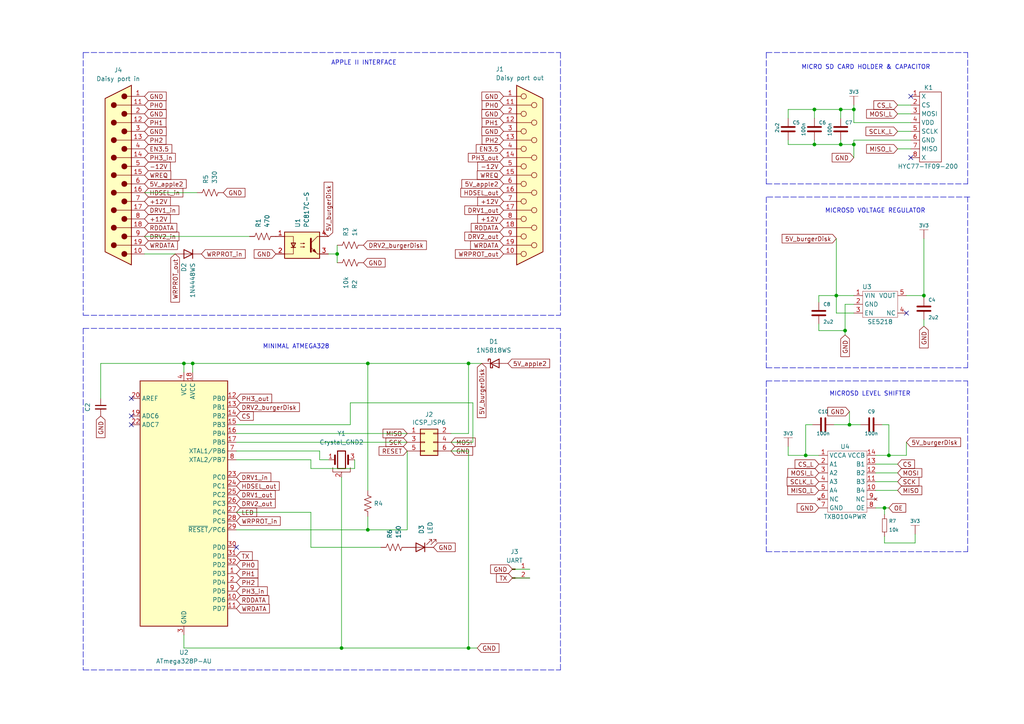
<source format=kicad_sch>
(kicad_sch (version 20250114) (generator "eeschema") (generator_version "9.0")
  (paper "A4")
  (title_block (title "DominoDisk - very small Apple II hard drive") (date "2026-01-28") (rev "v2") (company "Colin Leroy-Mira") (comment 1 "License: CC BY-SA"))
  (lib_symbols
    (symbol "Connector:Conn_01x02_Pin" (pin_names (offset 1.016) (hide yes))
      (property "Reference" "J" (at 0 2.54 0))
      (property "Value" "Conn_01x02_Pin" (at 0 -5.08 0))
      (symbol "Conn_01x02_Pin_1_1"
        (rectangle (start 0.8636 0.127) (end 0 -0.127) (stroke (width 0.1524)) (fill (type outline)))
        (rectangle (start 0.8636 -2.413) (end 0 -2.667) (stroke (width 0.1524)) (fill (type outline)))
        (polyline (pts (xy 1.27 0) (xy 0.8636 0)) (stroke (width 0.1524)))
        (polyline (pts (xy 1.27 -2.54) (xy 0.8636 -2.54)) (stroke (width 0.1524)))
        (pin passive line (at 5.08 0 180) (length 3.81) (name "Pin_1") (number "1"))
        (pin passive line (at 5.08 -2.54 180) (length 3.81) (name "Pin_2") (number "2"))
      )
    )
    (symbol "Connector_Generic:Conn_02x03_Odd_Even" (pin_names (offset 1.016) (hide yes))
      (property "Reference" "J" (at 1.27 5.08 0))
      (property "Value" "Conn_02x03_Odd_Even" (at 1.27 -5.08 0))
      (symbol "Conn_02x03_Odd_Even_1_1"
        (rectangle (start -1.27 3.81) (end 3.81 -3.81) (stroke (width 0.254)) (fill (type background)))
        (rectangle (start -1.27 2.667) (end 0 2.413) (stroke (width 0.1524)))
        (rectangle (start -1.27 0.127) (end 0 -0.127) (stroke (width 0.1524)))
        (rectangle (start -1.27 -2.413) (end 0 -2.667) (stroke (width 0.1524)))
        (rectangle (start 3.81 2.667) (end 2.54 2.413) (stroke (width 0.1524)))
        (rectangle (start 3.81 0.127) (end 2.54 -0.127) (stroke (width 0.1524)))
        (rectangle (start 3.81 -2.413) (end 2.54 -2.667) (stroke (width 0.1524)))
        (pin passive line (at -5.08 2.54 0) (length 3.81) (name "Pin_1") (number "1"))
        (pin passive line (at -5.08 0 0) (length 3.81) (name "Pin_3") (number "3"))
        (pin passive line (at -5.08 -2.54 0) (length 3.81) (name "Pin_5") (number "5"))
        (pin passive line (at 7.62 2.54 180) (length 3.81) (name "Pin_2") (number "2"))
        (pin passive line (at 7.62 0 180) (length 3.81) (name "Pin_4") (number "4"))
        (pin passive line (at 7.62 -2.54 180) (length 3.81) (name "Pin_6") (number "6"))
      )
    )
    (symbol "Device:C_Small" (pin_numbers (hide yes)) (pin_names (offset 0.254) (hide yes))
      (property "Reference" "C" (at 0.254 1.778 0))
      (property "Value" "C_Small" (at 0.254 -2.032 0))
      (symbol "C_Small_0_1"
        (polyline (pts (xy -1.524 0.508) (xy 1.524 0.508)) (stroke (width 0.3048)))
        (polyline (pts (xy -1.524 -0.508) (xy 1.524 -0.508)) (stroke (width 0.3302)))
      )
      (symbol "C_Small_1_1"
        (pin passive line (at 0 2.54 270) (length 2.032) (name "~") (number "1"))
        (pin passive line (at 0 -2.54 90) (length 2.032) (name "~") (number "2"))
      )
    )
    (symbol "Device:Crystal_GND2" (pin_names (offset 1.016) (hide yes))
      (property "Reference" "Y" (at 0 5.715 0))
      (property "Value" "Crystal_GND2" (at 0 3.81 0))
      (symbol "Crystal_GND2_0_1"
        (polyline (pts (xy -2.54 0) (xy -1.905 0)))
        (polyline (pts (xy -2.54 -2.286) (xy -2.54 -3.556) (xy 2.54 -3.556) (xy 2.54 -2.286)))
        (polyline (pts (xy -1.905 -1.27) (xy -1.905 1.27)) (stroke (width 0.508)))
        (rectangle (start -1.143 2.54) (end 1.143 -2.54) (stroke (width 0.3048)))
        (polyline (pts (xy 0 -3.81) (xy 0 -3.556)))
        (polyline (pts (xy 1.905 1.27) (xy 1.905 -1.27)) (stroke (width 0.508)))
        (polyline (pts (xy 1.905 0) (xy 2.54 0)))
      )
      (symbol "Crystal_GND2_1_1"
        (pin passive line (at -3.81 0 0) (length 1.27) (name "1") (number "1"))
        (pin passive line (at 0 -5.08 90) (length 1.27) (name "2") (number "2"))
        (pin passive line (at 3.81 0 180) (length 1.27) (name "3") (number "3"))
      )
    )
    (symbol "Device:LED" (pin_numbers (hide yes)) (pin_names (offset 1.016) (hide yes))
      (property "Reference" "D" (at 0 2.54 0))
      (property "Value" "LED" (at 0 -2.54 0))
      (symbol "LED_0_1"
        (polyline (pts (xy -3.048 -0.762) (xy -4.572 -2.286) (xy -3.81 -2.286) (xy -4.572 -2.286) (xy -4.572 -1.524)))
        (polyline (pts (xy -1.778 -0.762) (xy -3.302 -2.286) (xy -2.54 -2.286) (xy -3.302 -2.286) (xy -3.302 -1.524)))
        (polyline (pts (xy -1.27 0) (xy 1.27 0)))
        (polyline (pts (xy -1.27 -1.27) (xy -1.27 1.27)) (stroke (width 0.254)))
        (polyline (pts (xy 1.27 -1.27) (xy 1.27 1.27) (xy -1.27 0) (xy 1.27 -1.27)) (stroke (width 0.254)))
      )
      (symbol "LED_1_1"
        (pin passive line (at -3.81 0 0) (length 2.54) (name "K") (number "1"))
        (pin passive line (at 3.81 0 180) (length 2.54) (name "A") (number "2"))
      )
    )
    (symbol "Device:R_US" (pin_numbers (hide yes)) (pin_names (offset 0))
      (property "Reference" "R" (at 2.54 0 90))
      (property "Value" "R_US" (at -2.54 0 90))
      (symbol "R_US_0_1"
        (polyline (pts (xy 0 2.286) (xy 0 2.54)))
        (polyline (pts (xy 0 2.286) (xy 1.016 1.905) (xy 0 1.524) (xy -1.016 1.143) (xy 0 0.762)))
        (polyline (pts (xy 0 0.762) (xy 1.016 0.381) (xy 0 0) (xy -1.016 -0.381) (xy 0 -0.762)))
        (polyline (pts (xy 0 -0.762) (xy 1.016 -1.143) (xy 0 -1.524) (xy -1.016 -1.905) (xy 0 -2.286)))
        (polyline (pts (xy 0 -2.286) (xy 0 -2.54)))
      )
      (symbol "R_US_1_1"
        (pin passive line (at 0 3.81 270) (length 1.27) (name "~") (number "1"))
        (pin passive line (at 0 -3.81 90) (length 1.27) (name "~") (number "2"))
      )
    )
    (symbol "Diode:1N4448" (pin_numbers (hide yes)) (pin_names (hide yes))
      (property "Reference" "D" (at 0 2.54 0))
      (property "Value" "1N4448" (at 0 -2.54 0))
      (symbol "1N4448_0_1"
        (polyline (pts (xy -1.27 1.27) (xy -1.27 -1.27)) (stroke (width 0.254)))
        (polyline (pts (xy 1.27 1.27) (xy 1.27 -1.27) (xy -1.27 0) (xy 1.27 1.27)) (stroke (width 0.254)))
        (polyline (pts (xy 1.27 0) (xy -1.27 0)))
      )
      (symbol "1N4448_1_1"
        (pin passive line (at -3.81 0 0) (length 2.54) (name "K") (number "1"))
        (pin passive line (at 3.81 0 180) (length 2.54) (name "A") (number "2"))
      )
    )
    (symbol "Diode:1N5818" (pin_numbers (hide yes)) (pin_names (offset 1.016) (hide yes))
      (property "Reference" "D" (at 0 2.54 0))
      (property "Value" "1N5818" (at 0 -2.54 0))
      (symbol "1N5818_0_1"
        (polyline (pts (xy -1.905 0.635) (xy -1.905 1.27) (xy -1.27 1.27) (xy -1.27 -1.27) (xy -0.635 -1.27) (xy -0.635 -0.635)) (stroke (width 0.254)))
        (polyline (pts (xy 1.27 1.27) (xy 1.27 -1.27) (xy -1.27 0) (xy 1.27 1.27)) (stroke (width 0.254)))
        (polyline (pts (xy 1.27 0) (xy -1.27 0)))
      )
      (symbol "1N5818_1_1"
        (pin passive line (at -3.81 0 0) (length 2.54) (name "K") (number "1"))
        (pin passive line (at 3.81 0 180) (length 2.54) (name "A") (number "2"))
      )
    )
    (symbol "Isolator:PC817" (pin_names (offset 1.016))
      (property "Reference" "U" (at -5.08 5.08 0))
      (property "Value" "PC817" (at 0 5.08 0))
      (symbol "PC817_0_1"
        (rectangle (start -5.08 3.81) (end 5.08 -3.81) (stroke (width 0.254)) (fill (type background)))
        (polyline (pts (xy -5.08 2.54) (xy -2.54 2.54) (xy -2.54 -0.635)))
        (polyline (pts (xy -3.175 -0.635) (xy -1.905 -0.635)) (stroke (width 0.254)))
        (polyline (pts (xy -2.54 -0.635) (xy -2.54 -2.54) (xy -5.08 -2.54)))
        (polyline (pts (xy -2.54 -0.635) (xy -3.175 0.635) (xy -1.905 0.635) (xy -2.54 -0.635)) (stroke (width 0.254)))
        (polyline (pts (xy -0.508 0.508) (xy 0.762 0.508) (xy 0.381 0.381) (xy 0.381 0.635) (xy 0.762 0.508)))
        (polyline (pts (xy -0.508 -0.508) (xy 0.762 -0.508) (xy 0.381 -0.635) (xy 0.381 -0.381) (xy 0.762 -0.508)))
        (polyline (pts (xy 2.54 1.905) (xy 2.54 -1.905) (xy 2.54 -1.905)) (stroke (width 0.508)))
        (polyline (pts (xy 2.54 0.635) (xy 4.445 2.54)))
        (polyline (pts (xy 3.048 -1.651) (xy 3.556 -1.143) (xy 4.064 -2.159) (xy 3.048 -1.651) (xy 3.048 -1.651)) (fill (type outline)))
        (polyline (pts (xy 4.445 2.54) (xy 5.08 2.54)))
        (polyline (pts (xy 4.445 -2.54) (xy 2.54 -0.635)) (fill (type outline)))
        (polyline (pts (xy 4.445 -2.54) (xy 5.08 -2.54)))
      )
      (symbol "PC817_1_1"
        (pin passive line (at -7.62 2.54 0) (length 2.54) (name "~") (number "1"))
        (pin passive line (at -7.62 -2.54 0) (length 2.54) (name "~") (number "2"))
        (pin passive line (at 7.62 2.54 180) (length 2.54) (name "~") (number "4"))
        (pin passive line (at 7.62 -2.54 180) (length 2.54) (name "~") (number "3"))
      )
    )
    (symbol "MCU_Microchip_ATmega:ATmega328P-AU"
      (property "Reference" "U3" (at 0 -43.18 0))
      (property "Value" "ATmega328P-AU" (at 0 -45.72 0))
      (symbol "ATmega328P-AU_0_1"
        (rectangle (start -12.7 -35.56) (end 12.7 35.56) (stroke (width 0.254)) (fill (type background)))
      )
      (symbol "ATmega328P-AU_1_1"
        (pin passive line (at -15.24 30.48 0) (length 2.54) (name "AREF") (number "20"))
        (pin input line (at -15.24 25.4 0) (length 2.54) (name "ADC6") (number "19"))
        (pin input line (at -15.24 22.86 0) (length 2.54) (name "ADC7") (number "22"))
        (pin power_in line (at 0 38.1 270) (length 2.54) (name "VCC") (number "4"))
        (pin passive line (at 0 38.1 270) (length 2.54) (hide yes) (name "VCC") (number "6"))
        (pin passive line (at 0 -38.1 90) (length 2.54) (hide yes) (name "GND") (number "21"))
        (pin passive line (at 0 -38.1 90) (length 2.54) (name "GND") (number "3"))
        (pin passive line (at 0 -38.1 90) (length 2.54) (hide yes) (name "GND") (number "5"))
        (pin power_in line (at 2.54 38.1 270) (length 2.54) (name "AVCC") (number "18"))
        (pin tri_state line (at 15.24 30.48 180) (length 2.54) (name "PB0") (number "12"))
        (pin tri_state line (at 15.24 27.94 180) (length 2.54) (name "PB1") (number "13"))
        (pin tri_state line (at 15.24 25.4 180) (length 2.54) (name "PB2") (number "14"))
        (pin tri_state line (at 15.24 22.86 180) (length 2.54) (name "PB3") (number "15"))
        (pin tri_state line (at 15.24 20.32 180) (length 2.54) (name "PB4") (number "16"))
        (pin tri_state line (at 15.24 17.78 180) (length 2.54) (name "PB5") (number "17"))
        (pin tri_state line (at 15.24 15.24 180) (length 2.54) (name "XTAL1/PB6") (number "7"))
        (pin tri_state line (at 15.24 12.7 180) (length 2.54) (name "XTAL2/PB7") (number "8"))
        (pin tri_state line (at 15.24 7.62 180) (length 2.54) (name "PC0") (number "23"))
        (pin tri_state line (at 15.24 5.08 180) (length 2.54) (name "PC1") (number "24"))
        (pin tri_state line (at 15.24 2.54 180) (length 2.54) (name "PC2") (number "25"))
        (pin tri_state line (at 15.24 0 180) (length 2.54) (name "PC3") (number "26"))
        (pin tri_state line (at 15.24 -2.54 180) (length 2.54) (name "PC4") (number "27"))
        (pin tri_state line (at 15.24 -5.08 180) (length 2.54) (name "PC5") (number "28"))
        (pin tri_state line (at 15.24 -7.62 180) (length 2.54) (name "~{RESET}/PC6") (number "29"))
        (pin tri_state line (at 15.24 -12.7 180) (length 2.54) (name "PD0") (number "30"))
        (pin tri_state line (at 15.24 -15.24 180) (length 2.54) (name "PD1") (number "31"))
        (pin tri_state line (at 15.24 -17.78 180) (length 2.54) (name "PD2") (number "32"))
        (pin tri_state line (at 15.24 -20.32 180) (length 2.54) (name "PD3") (number "1"))
        (pin tri_state line (at 15.24 -22.86 180) (length 2.54) (name "PD4") (number "2"))
        (pin tri_state line (at 15.24 -25.4 180) (length 2.54) (name "PD5") (number "9"))
        (pin tri_state line (at 15.24 -27.94 180) (length 2.54) (name "PD6") (number "10"))
        (pin tri_state line (at 15.24 -30.48 180) (length 2.54) (name "PD7") (number "11"))
      )
    )
    (symbol "db19:DB19_Female" (pin_names (offset 1.016) (hide yes))
      (property "Reference" "J" (at 0 26.67 0))
      (property "Value" "DB19_Female" (at 0 -27.94 0))
      (symbol "DB19_Female_0_1"
        (polyline (pts (xy -3.81 26.035) (xy 3.81 22.225) (xy 3.81 -22.225) (xy -3.81 -26.035) (xy -3.81 26.035)) (stroke (width 0.254)) (fill (type background)))
        (polyline (pts (xy -3.81 22.86) (xy -2.54 22.86)))
        (polyline (pts (xy -3.81 20.32) (xy 0.508 20.32)))
        (polyline (pts (xy -3.81 17.78) (xy -2.54 17.78)))
        (polyline (pts (xy -3.81 15.24) (xy 0.508 15.24)))
        (polyline (pts (xy -3.81 12.7) (xy -2.54 12.7)))
        (polyline (pts (xy -3.81 10.16) (xy 0.508 10.16)))
        (polyline (pts (xy -3.81 7.62) (xy -2.54 7.62)))
        (polyline (pts (xy -3.81 5.08) (xy 0.508 5.08)))
        (polyline (pts (xy -3.81 2.54) (xy -2.54 2.54)))
        (polyline (pts (xy -3.81 0) (xy 0.508 0)))
        (polyline (pts (xy -3.81 -2.54) (xy -2.54 -2.54)))
        (polyline (pts (xy -3.81 -5.08) (xy 0.508 -5.08)))
        (polyline (pts (xy -3.81 -7.62) (xy -2.54 -7.62)))
        (polyline (pts (xy -3.81 -10.16) (xy 0.508 -10.16)))
        (polyline (pts (xy -3.81 -12.7) (xy -2.54 -12.7)))
        (polyline (pts (xy -3.81 -15.24) (xy 0.508 -15.24)))
        (polyline (pts (xy -3.81 -17.78) (xy -2.54 -17.78)))
        (polyline (pts (xy -3.81 -20.32) (xy 0.508 -20.32)))
        (polyline (pts (xy -3.81 -22.86) (xy -2.54 -22.86)))
        (circle (center -1.778 22.86) (radius 0.762))
        (circle (center -1.778 17.78) (radius 0.762))
        (circle (center -1.778 12.7) (radius 0.762))
        (circle (center -1.778 7.62) (radius 0.762))
        (circle (center -1.778 2.54) (radius 0.762))
        (circle (center -1.778 -2.54) (radius 0.762))
        (circle (center -1.778 -7.62) (radius 0.762))
        (circle (center -1.778 -12.7) (radius 0.762))
        (circle (center -1.778 -17.78) (radius 0.762))
        (circle (center -1.778 -22.86) (radius 0.762))
        (circle (center 1.27 20.32) (radius 0.762))
        (circle (center 1.27 15.24) (radius 0.762))
        (circle (center 1.27 10.16) (radius 0.762))
        (circle (center 1.27 5.08) (radius 0.762))
        (circle (center 1.27 0) (radius 0.762))
        (circle (center 1.27 -5.08) (radius 0.762))
        (circle (center 1.27 -10.16) (radius 0.762))
        (circle (center 1.27 -15.24) (radius 0.762))
        (circle (center 1.27 -20.32) (radius 0.762))
      )
      (symbol "DB19_Female_1_1"
        (pin passive line (at -7.62 22.86 0) (length 3.81) (name "1") (number "1"))
        (pin passive line (at -7.62 20.32 0) (length 3.81) (name "P11") (number "11"))
        (pin passive line (at -7.62 17.78 0) (length 3.81) (name "2") (number "2"))
        (pin passive line (at -7.62 15.24 0) (length 3.81) (name "P12") (number "12"))
        (pin passive line (at -7.62 12.7 0) (length 3.81) (name "3") (number "3"))
        (pin passive line (at -7.62 10.16 0) (length 3.81) (name "P13") (number "13"))
        (pin passive line (at -7.62 7.62 0) (length 3.81) (name "4") (number "4"))
        (pin passive line (at -7.62 5.08 0) (length 3.81) (name "P14") (number "14"))
        (pin passive line (at -7.62 2.54 0) (length 3.81) (name "5") (number "5"))
        (pin passive line (at -7.62 0 0) (length 3.81) (name "P15") (number "15"))
        (pin passive line (at -7.62 -2.54 0) (length 3.81) (name "6") (number "6"))
        (pin passive line (at -7.62 -5.08 0) (length 3.81) (name "P16") (number "16"))
        (pin passive line (at -7.62 -7.62 0) (length 3.81) (name "7") (number "7"))
        (pin passive line (at -7.62 -10.16 0) (length 3.81) (name "P17") (number "17"))
        (pin passive line (at -7.62 -12.7 0) (length 3.81) (name "8") (number "8"))
        (pin passive line (at -7.62 -15.24 0) (length 3.81) (name "P18") (number "18"))
        (pin passive line (at -7.62 -17.78 0) (length 3.81) (name "9") (number "9"))
        (pin passive line (at -7.62 -20.32 0) (length 3.81) (name "P19") (number "19"))
        (pin passive line (at -7.62 -22.86 0) (length 3.81) (name "10") (number "10"))
      )
    )
    (symbol "db19:DB19_Male" (pin_names (offset 1.016) (hide yes))
      (property "Reference" "J" (at 0 26.035 0))
      (property "Value" "DB19_Male" (at 0 -27.305 0))
      (symbol "DB19_Male_0_1"
        (polyline (pts (xy -3.81 22.86) (xy -2.54 22.86)))
        (polyline (pts (xy -3.81 20.32) (xy 0.508 20.32)))
        (polyline (pts (xy -3.81 17.78) (xy -2.54 17.78)))
        (polyline (pts (xy -3.81 15.24) (xy 0.508 15.24)))
        (polyline (pts (xy -3.81 12.7) (xy -2.54 12.7)))
        (polyline (pts (xy -3.81 10.16) (xy 0.508 10.16)))
        (polyline (pts (xy -3.81 7.62) (xy -2.54 7.62)))
        (polyline (pts (xy -3.81 5.08) (xy 0.508 5.08)))
        (polyline (pts (xy -3.81 2.54) (xy -2.54 2.54)))
        (polyline (pts (xy -3.81 0) (xy 0.508 0)))
        (polyline (pts (xy -3.81 -2.54) (xy -2.54 -2.54)))
        (polyline (pts (xy -3.81 -5.08) (xy 0.508 -5.08)))
        (polyline (pts (xy -3.81 -7.62) (xy -2.54 -7.62)))
        (polyline (pts (xy -3.81 -10.16) (xy 0.508 -10.16)))
        (polyline (pts (xy -3.81 -12.7) (xy -2.54 -12.7)))
        (polyline (pts (xy -3.81 -15.24) (xy 0.508 -15.24)))
        (polyline (pts (xy -3.81 -17.78) (xy -2.54 -17.78)))
        (polyline (pts (xy -3.81 -20.32) (xy 0.508 -20.32)))
        (polyline (pts (xy -3.81 -22.86) (xy -2.54 -22.86)))
        (polyline (pts (xy -3.81 -26.035) (xy 3.81 -22.225) (xy 3.81 22.225) (xy -3.81 26.035) (xy -3.81 -26.035)) (stroke (width 0.254)) (fill (type background)))
        (circle (center -1.778 22.86) (radius 0.762) (fill (type outline)))
        (circle (center -1.778 17.78) (radius 0.762) (fill (type outline)))
        (circle (center -1.778 12.7) (radius 0.762) (fill (type outline)))
        (circle (center -1.778 7.62) (radius 0.762) (fill (type outline)))
        (circle (center -1.778 2.54) (radius 0.762) (fill (type outline)))
        (circle (center -1.778 -2.54) (radius 0.762) (fill (type outline)))
        (circle (center -1.778 -7.62) (radius 0.762) (fill (type outline)))
        (circle (center -1.778 -12.7) (radius 0.762) (fill (type outline)))
        (circle (center -1.778 -17.78) (radius 0.762) (fill (type outline)))
        (circle (center -1.778 -22.86) (radius 0.762) (fill (type outline)))
        (circle (center 1.27 20.32) (radius 0.762) (fill (type outline)))
        (circle (center 1.27 15.24) (radius 0.762) (fill (type outline)))
        (circle (center 1.27 10.16) (radius 0.762) (fill (type outline)))
        (circle (center 1.27 5.08) (radius 0.762) (fill (type outline)))
        (circle (center 1.27 0) (radius 0.762) (fill (type outline)))
        (circle (center 1.27 -5.08) (radius 0.762) (fill (type outline)))
        (circle (center 1.27 -10.16) (radius 0.762) (fill (type outline)))
        (circle (center 1.27 -15.24) (radius 0.762) (fill (type outline)))
        (circle (center 1.27 -20.32) (radius 0.762) (fill (type outline)))
      )
      (symbol "DB19_Male_1_1"
        (pin passive line (at -7.62 22.86 0) (length 3.81) (name "10") (number "10"))
        (pin passive line (at -7.62 20.32 0) (length 3.81) (name "P19") (number "19"))
        (pin passive line (at -7.62 17.78 0) (length 3.81) (name "9") (number "9"))
        (pin passive line (at -7.62 15.24 0) (length 3.81) (name "P18") (number "18"))
        (pin passive line (at -7.62 12.7 0) (length 3.81) (name "8") (number "8"))
        (pin passive line (at -7.62 10.16 0) (length 3.81) (name "P17") (number "17"))
        (pin passive line (at -7.62 7.62 0) (length 3.81) (name "7") (number "7"))
        (pin passive line (at -7.62 5.08 0) (length 3.81) (name "P16") (number "16"))
        (pin passive line (at -7.62 2.54 0) (length 3.81) (name "6") (number "6"))
        (pin passive line (at -7.62 0 0) (length 3.81) (name "P15") (number "15"))
        (pin passive line (at -7.62 -2.54 0) (length 3.81) (name "5") (number "5"))
        (pin passive line (at -7.62 -5.08 0) (length 3.81) (name "P14") (number "14"))
        (pin passive line (at -7.62 -7.62 0) (length 3.81) (name "4") (number "4"))
        (pin passive line (at -7.62 -10.16 0) (length 3.81) (name "P13") (number "13"))
        (pin passive line (at -7.62 -12.7 0) (length 3.81) (name "3") (number "3"))
        (pin passive line (at -7.62 -15.24 0) (length 3.81) (name "P12") (number "12"))
        (pin passive line (at -7.62 -17.78 0) (length 3.81) (name "2") (number "2"))
        (pin passive line (at -7.62 -20.32 0) (length 3.81) (name "P11") (number "11"))
        (pin passive line (at -7.62 -22.86 0) (length 3.81) (name "1") (number "1"))
      )
    )
    (symbol "e-radionica.com schematics:0603C" (pin_numbers (hide yes)) (pin_names (offset 0.002))
      (property "Reference" "C" (at -0.635 3.175 0))
      (property "Value" "0603C" (at 0 -3.175 0))
      (symbol "0603C_0_1"
        (polyline (pts (xy -0.635 1.905) (xy -0.635 -1.905)) (stroke (width 0.5)))
        (polyline (pts (xy 0.635 1.905) (xy 0.635 -1.905)) (stroke (width 0.5)))
      )
      (symbol "0603C_1_1"
        (pin passive line (at -3.175 0 0) (length 2.54) (name "~") (number "1"))
        (pin passive line (at 3.175 0 180) (length 2.54) (name "~") (number "2"))
      )
    )
    (symbol "e-radionica.com schematics:0603R" (pin_numbers (hide yes)) (pin_names (offset 0.254))
      (property "Reference" "R" (at -1.905 1.905 0))
      (property "Value" "0603R" (at 0 -1.905 0))
      (symbol "0603R_0_1"
        (rectangle (start -1.905 0.635) (end -1.8796 -0.635) (stroke (width 0.1)))
        (rectangle (start -1.905 0.635) (end 1.905 0.6096) (stroke (width 0.1)))
        (rectangle (start -1.905 -0.635) (end 1.905 -0.6604) (stroke (width 0.1)))
        (rectangle (start 1.905 0.635) (end 1.9304 -0.635) (stroke (width 0.1)))
      )
      (symbol "0603R_1_1"
        (pin passive line (at -3.175 0 0) (length 1.27) (name "~") (number "1"))
        (pin passive line (at 3.175 0 180) (length 1.27) (name "~") (number "2"))
      )
    )
    (symbol "e-radionica.com schematics:3V3" (power) (pin_names (offset 0))
      (property "Value" "3V3" (at 0 3.556 0))
      (symbol "3V3_0_1"
        (polyline (pts (xy -1.27 2.54) (xy 1.27 2.54)) (stroke (width 0.0006)))
        (polyline (pts (xy 0 0) (xy 0 2.54)))
      )
      (symbol "3V3_1_1"
        (pin power_in line (at 0 0 90) (length 0) (hide yes) (name "3V3") (number "1"))
      )
    )
    (symbol "e-radionica.com schematics:HYC77-TF09-200"
      (property "Reference" "K" (at 0 11.43 0))
      (property "Value" "HYC77-TF09-200" (at 0 -11.43 0))
      (symbol "HYC77-TF09-200_0_1"
        (rectangle (start -2.54 10.16) (end 3.81 -10.16) (stroke (width 0.1524)))
      )
      (symbol "HYC77-TF09-200_1_1"
        (pin bidirectional line (at -5.08 8.89 0) (length 2.54) (name "X") (number "1"))
        (pin bidirectional line (at -5.08 6.35 0) (length 2.54) (name "CS") (number "2"))
        (pin bidirectional line (at -5.08 3.81 0) (length 2.54) (name "MOSI") (number "3"))
        (pin bidirectional line (at -5.08 1.27 0) (length 2.54) (name "VDD") (number "4"))
        (pin bidirectional line (at -5.08 -1.27 0) (length 2.54) (name "SCLK") (number "5"))
        (pin bidirectional line (at -5.08 -3.81 0) (length 2.54) (name "GND") (number "6"))
        (pin bidirectional line (at -5.08 -6.35 0) (length 2.54) (name "MISO") (number "7"))
        (pin bidirectional line (at -5.08 -8.89 0) (length 2.54) (name "X") (number "8"))
      )
    )
    (symbol "e-radionica.com schematics:SE5218"
      (property "Reference" "U2" (at -3.81 5.08 0))
      (property "Value" "SE5218" (at 0 -5.08 0))
      (symbol "SE5218_0_1"
        (rectangle (start -5.08 3.81) (end 5.08 -3.81) (stroke (width 0.0006)))
      )
      (symbol "SE5218_1_1"
        (pin power_in line (at -7.62 2.54 0) (length 2.54) (name "VIN") (number "1"))
        (pin passive line (at -7.62 0 0) (length 2.54) (name "GND") (number "2"))
        (pin input line (at -7.62 -2.54 0) (length 2.54) (name "EN") (number "3"))
        (pin power_out line (at 7.62 2.54 180) (length 2.54) (name "VOUT") (number "5"))
        (pin passive line (at 7.62 -2.54 180) (length 2.54) (name "NC") (number "4"))
      )
    )
    (symbol "e-radionica.com schematics:TXB0104QPWRQ1"
      (property "Reference" "U" (at 0 8.89 0))
      (property "Value" "TXB0104QPWRQ1" (at 0 -11.43 0))
      (symbol "TXB0104QPWRQ1_0_1"
        (rectangle (start -5.08 7.62) (end 6.35 -10.16) (stroke (width 0.0006)))
      )
      (symbol "TXB0104QPWRQ1_1_1"
        (pin power_in line (at -7.62 6.35 0) (length 2.54) (name "VCCA") (number "1"))
        (pin passive line (at -7.62 3.81 0) (length 2.54) (name "A1") (number "2"))
        (pin passive line (at -7.62 1.27 0) (length 2.54) (name "A2") (number "3"))
        (pin passive line (at -7.62 -1.27 0) (length 2.54) (name "A3") (number "4"))
        (pin passive line (at -7.62 -3.81 0) (length 2.54) (name "A4") (number "5"))
        (pin no_connect line (at -7.62 -6.35 0) (length 2.54) (name "NC") (number "6"))
        (pin passive line (at -7.62 -8.89 0) (length 2.54) (name "GND") (number "7"))
        (pin power_out line (at 8.89 6.35 180) (length 2.54) (name "VCCB") (number "14"))
        (pin passive line (at 8.89 3.81 180) (length 2.54) (name "B1") (number "13"))
        (pin passive line (at 8.89 1.27 180) (length 2.54) (name "B2") (number "12"))
        (pin passive line (at 8.89 -1.27 180) (length 2.54) (name "B3") (number "11"))
        (pin passive line (at 8.89 -3.81 180) (length 2.54) (name "B4") (number "10"))
        (pin no_connect line (at 8.89 -6.35 180) (length 2.54) (name "NC") (number "9"))
        (pin passive line (at 8.89 -8.89 180) (length 2.54) (name "OE") (number "8"))
      )
    )
  )
  (text "MICROSD LEVEL SHIFTER" (at 240.538 115.062 0) (effects (font (size 1.27 1.27)) (justify left bottom)))
  (text "MINIMAL ATMEGA328" (at 76.2 101.346 0) (effects (font (size 1.27 1.27)) (justify left bottom)))
  (text "MICROSD VOLTAGE REGULATOR\n" (at 239.268 61.976 0) (effects (font (size 1.27 1.27)) (justify left bottom)))
  (text "APPLE II INTERFACE" (at 96.012 19.05 0) (effects (font (size 1.27 1.27)) (justify left bottom)))
  (text "MICRO SD CARD HOLDER & CAPACITOR" (at 232.41 20.32 0) (effects (font (size 1.27 1.27)) (justify left bottom)))
  (junction (at 135.89 105.41))
  (junction (at 247.65 41.91) (diameter 0.9144))
  (junction (at 245.11 95.885) (diameter 0.9144))
  (junction (at 233.68 132.08))
  (junction (at 257.81 132.08) (diameter 0.9144))
  (junction (at 55.88 105.41))
  (junction (at 53.34 105.41))
  (junction (at 247.65 31.75) (diameter 0.9144))
  (junction (at 267.97 85.725) (diameter 0.9144))
  (junction (at 236.22 31.75) (diameter 0.9144))
  (junction (at 236.22 41.91) (diameter 0.9144))
  (junction (at 99.06 187.96))
  (junction (at 97.79 73.66))
  (junction (at 242.57 85.725) (diameter 0.9144))
  (junction (at 106.68 153.67))
  (junction (at 256.54 147.32) (diameter 0.9144))
  (junction (at 106.68 105.41))
  (junction (at 243.84 41.91) (diameter 0.9144))
  (junction (at 135.89 187.96))
  (junction (at 246.38 123.19))
  (junction (at 243.84 31.75) (diameter 0.9144))
  (no_connect (at 38.1 115.57))
  (no_connect (at 264.16 45.72))
  (no_connect (at 38.1 123.19))
  (no_connect (at 38.1 120.65))
  (no_connect (at 262.89 90.805))
  (no_connect (at 264.16 27.94))
  (no_connect (at 68.58 158.75))
  (polyline (pts (xy 222.25 15.24) (xy 222.25 53.34)) (stroke (width 0) (type dash)))
  (polyline (pts (xy 222.25 160.02) (xy 280.67 160.02)) (stroke (width 0) (type dash)))
  (wire (pts (xy 245.11 95.885) (xy 245.11 97.155)))
  (wire (pts (xy 92.71 130.81) (xy 68.58 130.81)))
  (wire (pts (xy 237.49 95.885) (xy 245.11 95.885)))
  (wire (pts (xy 247.65 41.91) (xy 247.65 45.72)))
  (polyline (pts (xy 222.25 106.68) (xy 280.67 106.68)) (stroke (width 0) (type dash)))
  (wire (pts (xy 237.49 93.98) (xy 237.49 95.885)))
  (wire (pts (xy 97.79 76.2) (xy 97.79 73.66)))
  (wire (pts (xy 255.905 123.19) (xy 257.81 123.19)))
  (wire (pts (xy 243.84 31.75) (xy 247.65 31.75)))
  (wire (pts (xy 254 137.16) (xy 260.35 137.16)))
  (wire (pts (xy 68.58 125.73) (xy 118.11 125.73)))
  (wire (pts (xy 237.49 87.63) (xy 237.49 85.725)))
  (polyline (pts (xy 24.13 95.25) (xy 24.13 194.31)) (stroke (width 0) (type dash)))
  (wire (pts (xy 241.935 123.19) (xy 246.38 123.19)))
  (wire (pts (xy 247.65 90.805) (xy 242.57 90.805)))
  (wire (pts (xy 55.88 107.95) (xy 55.88 105.41)))
  (wire (pts (xy 254 139.7) (xy 260.35 139.7)))
  (wire (pts (xy 247.65 31.75) (xy 247.65 35.56)))
  (wire (pts (xy 55.88 105.41) (xy 106.68 105.41)))
  (wire (pts (xy 137.16 116.84) (xy 137.16 128.27)))
  (wire (pts (xy 53.34 107.95) (xy 53.34 105.41)))
  (polyline (pts (xy 222.25 110.49) (xy 222.25 160.02)) (stroke (width 0) (type dash)))
  (polyline (pts (xy 222.25 110.49) (xy 280.67 110.49)) (stroke (width 0) (type dash)))
  (polyline (pts (xy 280.67 53.34) (xy 280.67 15.24)) (stroke (width 0) (type dash)))
  (polyline (pts (xy 24.13 15.24) (xy 24.13 91.44)) (stroke (width 0) (type dash)))
  (wire (pts (xy 228.6 31.75) (xy 236.22 31.75)))
  (wire (pts (xy 254 142.24) (xy 260.35 142.24)))
  (wire (pts (xy 135.89 125.73) (xy 135.89 105.41)))
  (wire (pts (xy 68.58 153.67) (xy 106.68 153.67)))
  (wire (pts (xy 233.68 123.19) (xy 235.585 123.19)))
  (polyline (pts (xy 24.13 194.31) (xy 162.56 194.31)) (stroke (width 0) (type dash)))
  (wire (pts (xy 41.91 68.58) (xy 72.39 68.58)))
  (wire (pts (xy 68.58 148.59) (xy 90.17 148.59)))
  (wire (pts (xy 50.8 73.66) (xy 41.91 73.66)))
  (wire (pts (xy 256.54 147.32) (xy 256.54 149.225)))
  (polyline (pts (xy 280.67 106.68) (xy 280.67 57.15)) (stroke (width 0) (type dash)))
  (wire (pts (xy 95.25 73.66) (xy 97.79 73.66)))
  (wire (pts (xy 247.65 35.56) (xy 264.16 35.56)))
  (wire (pts (xy 228.6 132.08) (xy 233.68 132.08)))
  (wire (pts (xy 260.35 43.18) (xy 264.16 43.18)))
  (wire (pts (xy 99.06 187.96) (xy 135.89 187.96)))
  (wire (pts (xy 256.54 155.575) (xy 256.54 157.48)))
  (polyline (pts (xy 222.25 15.24) (xy 280.67 15.24)) (stroke (width 0) (type dash)))
  (wire (pts (xy 135.89 187.96) (xy 138.43 187.96)))
  (wire (pts (xy 254 132.08) (xy 257.81 132.08)))
  (wire (pts (xy 246.38 119.38) (xy 246.38 123.19)))
  (wire (pts (xy 256.54 147.32) (xy 257.81 147.32)))
  (wire (pts (xy 118.11 128.27) (xy 68.58 128.27)))
  (wire (pts (xy 95.25 133.35) (xy 92.71 133.35)))
  (wire (pts (xy 130.81 125.73) (xy 135.89 125.73)))
  (wire (pts (xy 260.35 38.1) (xy 264.16 38.1)))
  (wire (pts (xy 254 134.62) (xy 260.35 134.62)))
  (wire (pts (xy 242.57 90.805) (xy 242.57 85.725)))
  (wire (pts (xy 242.57 69.215) (xy 242.57 85.725)))
  (wire (pts (xy 228.6 34.29) (xy 228.6 31.75)))
  (wire (pts (xy 90.17 135.89) (xy 90.17 133.35)))
  (wire (pts (xy 267.97 69.215) (xy 267.97 85.725)))
  (wire (pts (xy 97.79 73.66) (xy 97.79 71.12)))
  (wire (pts (xy 267.97 92.71) (xy 267.97 94.615)))
  (wire (pts (xy 228.6 41.91) (xy 236.22 41.91)))
  (wire (pts (xy 106.68 153.67) (xy 118.11 153.67)))
  (wire (pts (xy 233.68 123.19) (xy 233.68 132.08)))
  (wire (pts (xy 247.65 40.64) (xy 264.16 40.64)))
  (wire (pts (xy 262.89 85.725) (xy 267.97 85.725)))
  (wire (pts (xy 243.84 31.75) (xy 243.84 34.29)))
  (polyline (pts (xy 162.56 15.24) (xy 162.56 91.44)) (stroke (width 0) (type dash)))
  (wire (pts (xy 254 147.32) (xy 256.54 147.32)))
  (wire (pts (xy 130.81 130.81) (xy 135.89 130.81)))
  (wire (pts (xy 53.34 187.96) (xy 99.06 187.96)))
  (wire (pts (xy 106.68 105.41) (xy 106.68 142.24)))
  (wire (pts (xy 262.89 132.08) (xy 257.81 132.08)))
  (wire (pts (xy 236.22 31.75) (xy 243.84 31.75)))
  (wire (pts (xy 106.68 149.86) (xy 106.68 153.67)))
  (wire (pts (xy 246.38 123.19) (xy 249.555 123.19)))
  (wire (pts (xy 247.65 30.48) (xy 247.65 31.75)))
  (wire (pts (xy 267.97 85.725) (xy 267.97 86.36)))
  (wire (pts (xy 243.84 41.91) (xy 247.65 41.91)))
  (polyline (pts (xy 24.13 95.25) (xy 162.56 95.25)) (stroke (width 0) (type dash)))
  (polyline (pts (xy 162.56 194.31) (xy 162.56 95.25)) (stroke (width 0) (type dash)))
  (wire (pts (xy 236.22 41.91) (xy 243.84 41.91)))
  (wire (pts (xy 236.22 40.64) (xy 236.22 41.91)))
  (polyline (pts (xy 222.25 57.15) (xy 222.25 106.68)) (stroke (width 0) (type dash)))
  (wire (pts (xy 148.59 167.64) (xy 153.67 167.64)))
  (wire (pts (xy 247.65 85.725) (xy 242.57 85.725)))
  (wire (pts (xy 118.11 153.67) (xy 118.11 130.81)))
  (wire (pts (xy 247.65 88.265) (xy 245.11 88.265)))
  (wire (pts (xy 101.6 116.84) (xy 101.6 123.19)))
  (wire (pts (xy 106.68 105.41) (xy 135.89 105.41)))
  (wire (pts (xy 257.81 123.19) (xy 257.81 132.08)))
  (wire (pts (xy 41.91 55.88) (xy 57.15 55.88)))
  (wire (pts (xy 102.87 135.89) (xy 90.17 135.89)))
  (wire (pts (xy 102.87 133.35) (xy 102.87 135.89)))
  (wire (pts (xy 262.89 128.27) (xy 262.89 132.08)))
  (wire (pts (xy 237.49 85.725) (xy 242.57 85.725)))
  (wire (pts (xy 53.34 184.15) (xy 53.34 187.96)))
  (wire (pts (xy 101.6 123.19) (xy 68.58 123.19)))
  (wire (pts (xy 137.16 128.27) (xy 130.81 128.27)))
  (wire (pts (xy 99.06 138.43) (xy 99.06 187.96)))
  (wire (pts (xy 233.68 132.08) (xy 237.49 132.08)))
  (polyline (pts (xy 222.25 53.34) (xy 280.67 53.34)) (stroke (width 0) (type dash)))
  (wire (pts (xy 90.17 133.35) (xy 68.58 133.35)))
  (wire (pts (xy 243.84 40.64) (xy 243.84 41.91)))
  (wire (pts (xy 256.54 157.48) (xy 265.43 157.48)))
  (wire (pts (xy 260.35 33.02) (xy 264.16 33.02)))
  (wire (pts (xy 245.11 88.265) (xy 245.11 95.885)))
  (wire (pts (xy 265.43 157.48) (xy 265.43 154.94)))
  (polyline (pts (xy 280.67 160.02) (xy 280.67 110.49)) (stroke (width 0) (type dash)))
  (wire (pts (xy 53.34 105.41) (xy 55.88 105.41)))
  (wire (pts (xy 247.65 40.64) (xy 247.65 41.91)))
  (wire (pts (xy 135.89 105.41) (xy 139.7 105.41)))
  (wire (pts (xy 228.6 129.54) (xy 228.6 132.08)))
  (wire (pts (xy 135.89 130.81) (xy 135.89 187.96)))
  (polyline (pts (xy 24.13 15.24) (xy 162.56 15.24)) (stroke (width 0) (type dash)))
  (wire (pts (xy 101.6 116.84) (xy 137.16 116.84)))
  (wire (pts (xy 236.22 31.75) (xy 236.22 34.29)))
  (wire (pts (xy 29.21 105.41) (xy 53.34 105.41)))
  (wire (pts (xy 90.17 158.75) (xy 110.49 158.75)))
  (polyline (pts (xy 24.13 91.44) (xy 162.56 91.44)) (stroke (width 0) (type dash)))
  (wire (pts (xy 92.71 133.35) (xy 92.71 130.81)))
  (wire (pts (xy 90.17 148.59) (xy 90.17 158.75)))
  (polyline (pts (xy 281.305 57.15) (xy 222.25 57.15)) (stroke (width 0) (type dash)))
  (wire (pts (xy 228.6 40.64) (xy 228.6 41.91)))
  (wire (pts (xy 29.21 115.57) (xy 29.21 105.41)))
  (wire (pts (xy 148.59 165.1) (xy 153.67 165.1)))
  (wire (pts (xy 260.35 30.48) (xy 264.16 30.48)))
  (global_label "+12V" (shape input) (at 146.05 63.5 180) (property "Intersheetrefs" "${INTERSHEET_REFS}" (effects (hide yes))))
  (global_label "5V_burgerDisk" (shape input) (at 95.25 68.58 90) (property "Intersheetrefs" "${INTERSHEET_REFS}" (effects (hide yes))))
  (global_label "WRDATA" (shape input) (at 146.05 71.12 180) (property "Intersheetrefs" "${INTERSHEET_REFS}" (effects (hide yes))))
  (global_label "OE" (shape input) (at 257.81 147.32 0) (property "Intersheetrefs" "${INTERSHEET_REFS}" (effects (hide yes))))
  (global_label "MOSI" (shape input) (at 130.81 128.27 0) (property "Intersheetrefs" "${INTERSHEET_REFS}" (effects (hide yes))))
  (global_label "PH0" (shape input) (at 41.91 30.48 0) (property "Intersheetrefs" "${INTERSHEET_REFS}" (effects (hide yes))))
  (global_label "GND" (shape input) (at 247.65 45.72 180) (property "Intersheetrefs" "${INTERSHEET_REFS}" (effects (hide yes))))
  (global_label "+12V" (shape input) (at 41.91 63.5 0) (property "Intersheetrefs" "${INTERSHEET_REFS}" (effects (hide yes))))
  (global_label "RDDATA" (shape input) (at 68.58 173.99 0) (property "Intersheetrefs" "${INTERSHEET_REFS}" (effects (hide yes))))
  (global_label "-12V" (shape input) (at 146.05 48.26 180) (property "Intersheetrefs" "${INTERSHEET_REFS}" (effects (hide yes))))
  (global_label "DRV2_out" (shape input) (at 146.05 68.58 180) (property "Intersheetrefs" "${INTERSHEET_REFS}" (effects (hide yes))))
  (global_label "GND" (shape input) (at 146.05 38.1 180) (property "Intersheetrefs" "${INTERSHEET_REFS}" (effects (hide yes))))
  (global_label "WRPROT_in" (shape input) (at 58.42 73.66 0) (property "Intersheetrefs" "${INTERSHEET_REFS}" (effects (hide yes))))
  (global_label "PH2" (shape input) (at 41.91 40.64 0) (property "Intersheetrefs" "${INTERSHEET_REFS}" (effects (hide yes))))
  (global_label "DRV1_out" (shape input) (at 68.58 143.51 0) (property "Intersheetrefs" "${INTERSHEET_REFS}" (effects (hide yes))))
  (global_label "DRV2_burgerDisk" (shape input) (at 105.41 71.12 0) (property "Intersheetrefs" "${INTERSHEET_REFS}" (effects (hide yes))))
  (global_label "RDDATA" (shape input) (at 41.91 66.04 0) (property "Intersheetrefs" "${INTERSHEET_REFS}" (effects (hide yes))))
  (global_label "GND" (shape input) (at 64.77 55.88 0) (property "Intersheetrefs" "${INTERSHEET_REFS}" (effects (hide yes))))
  (global_label "SCK" (shape input) (at 260.35 139.7 0) (property "Intersheetrefs" "${INTERSHEET_REFS}" (effects (hide yes))))
  (global_label "PH1" (shape input) (at 68.58 166.37 0) (property "Intersheetrefs" "${INTERSHEET_REFS}" (effects (hide yes))))
  (global_label "HDSEL_out" (shape input) (at 146.05 55.88 180) (property "Intersheetrefs" "${INTERSHEET_REFS}" (effects (hide yes))))
  (global_label "LED" (shape input) (at 68.58 148.59 0) (property "Intersheetrefs" "${INTERSHEET_REFS}" (effects (hide yes))))
  (global_label "CS_L" (shape input) (at 260.35 30.48 180) (property "Intersheetrefs" "${INTERSHEET_REFS}" (effects (hide yes))))
  (global_label "DRV1_in" (shape input) (at 68.58 138.43 0) (property "Intersheetrefs" "${INTERSHEET_REFS}" (effects (hide yes))))
  (global_label "SCK" (shape input) (at 118.11 128.27 180) (property "Intersheetrefs" "${INTERSHEET_REFS}" (effects (hide yes))))
  (global_label "CS" (shape input) (at 68.58 120.65 0) (property "Intersheetrefs" "${INTERSHEET_REFS}" (effects (hide yes))))
  (global_label "EN3.5" (shape input) (at 41.91 43.18 0) (property "Intersheetrefs" "${INTERSHEET_REFS}" (effects (hide yes))))
  (global_label "5V_apple2" (shape input) (at 41.91 53.34 0) (property "Intersheetrefs" "${INTERSHEET_REFS}" (effects (hide yes))))
  (global_label "PH0" (shape input) (at 68.58 163.83 0) (property "Intersheetrefs" "${INTERSHEET_REFS}" (effects (hide yes))))
  (global_label "-12V" (shape input) (at 41.91 48.26 0) (property "Intersheetrefs" "${INTERSHEET_REFS}" (effects (hide yes))))
  (global_label "HDSEL_in" (shape input) (at 41.91 55.88 0) (property "Intersheetrefs" "${INTERSHEET_REFS}" (effects (hide yes))))
  (global_label "PH0" (shape input) (at 146.05 30.48 180) (property "Intersheetrefs" "${INTERSHEET_REFS}" (effects (hide yes))))
  (global_label "PH2" (shape input) (at 68.58 168.91 0) (property "Intersheetrefs" "${INTERSHEET_REFS}" (effects (hide yes))))
  (global_label "5V_burgerDisk" (shape input) (at 262.89 128.27 0) (property "Intersheetrefs" "${INTERSHEET_REFS}" (effects (hide yes))))
  (global_label "DRV2_out" (shape input) (at 68.58 146.05 0) (property "Intersheetrefs" "${INTERSHEET_REFS}" (effects (hide yes))))
  (global_label "GND" (shape input) (at 105.41 76.2 0) (property "Intersheetrefs" "${INTERSHEET_REFS}" (effects (hide yes))))
  (global_label "PH3_in" (shape input) (at 68.58 171.45 0) (property "Intersheetrefs" "${INTERSHEET_REFS}" (effects (hide yes))))
  (global_label "GND" (shape input) (at 41.91 27.94 0) (property "Intersheetrefs" "${INTERSHEET_REFS}" (effects (hide yes))))
  (global_label "RDDATA" (shape input) (at 146.05 66.04 180) (property "Intersheetrefs" "${INTERSHEET_REFS}" (effects (hide yes))))
  (global_label "MOSI_L" (shape input) (at 237.49 137.16 180) (property "Intersheetrefs" "${INTERSHEET_REFS}" (effects (hide yes))))
  (global_label "GND" (shape input) (at 41.91 33.02 0) (property "Intersheetrefs" "${INTERSHEET_REFS}" (effects (hide yes))))
  (global_label "DRV2_burgerDisk" (shape input) (at 68.58 118.11 0) (property "Intersheetrefs" "${INTERSHEET_REFS}" (effects (hide yes))))
  (global_label "PH1" (shape input) (at 41.91 35.56 0) (property "Intersheetrefs" "${INTERSHEET_REFS}" (effects (hide yes))))
  (global_label "GND" (shape input) (at 146.05 27.94 180) (property "Intersheetrefs" "${INTERSHEET_REFS}" (effects (hide yes))))
  (global_label "5V_apple2" (shape input) (at 146.05 53.34 180) (property "Intersheetrefs" "${INTERSHEET_REFS}" (effects (hide yes))))
  (global_label "TX" (shape input) (at 148.59 167.64 180) (property "Intersheetrefs" "${INTERSHEET_REFS}" (effects (hide yes))))
  (global_label "HDSEL_out" (shape input) (at 68.58 140.97 0) (property "Intersheetrefs" "${INTERSHEET_REFS}" (effects (hide yes))))
  (global_label "GND" (shape input) (at 146.05 33.02 180) (property "Intersheetrefs" "${INTERSHEET_REFS}" (effects (hide yes))))
  (global_label "MISO" (shape input) (at 118.11 125.73 180) (property "Intersheetrefs" "${INTERSHEET_REFS}" (effects (hide yes))))
  (global_label "TX" (shape input) (at 68.58 161.29 0) (property "Intersheetrefs" "${INTERSHEET_REFS}" (effects (hide yes))))
  (global_label "5V_burgerDisk" (shape input) (at 242.57 69.215 180) (property "Intersheetrefs" "${INTERSHEET_REFS}" (effects (hide yes))))
  (global_label "WRPROT_out" (shape input) (at 50.8 73.66 270) (property "Intersheetrefs" "${INTERSHEET_REFS}" (effects (hide yes))))
  (global_label "MISO_L" (shape input) (at 237.49 142.24 180) (property "Intersheetrefs" "${INTERSHEET_REFS}" (effects (hide yes))))
  (global_label "PH3_in" (shape input) (at 41.91 45.72 0) (property "Intersheetrefs" "${INTERSHEET_REFS}" (effects (hide yes))))
  (global_label "WREQ" (shape input) (at 146.05 50.8 180) (property "Intersheetrefs" "${INTERSHEET_REFS}" (effects (hide yes))))
  (global_label "DRV1_out" (shape input) (at 146.05 60.96 180) (property "Intersheetrefs" "${INTERSHEET_REFS}" (effects (hide yes))))
  (global_label "PH2" (shape input) (at 146.05 40.64 180) (property "Intersheetrefs" "${INTERSHEET_REFS}" (effects (hide yes))))
  (global_label "GND" (shape input) (at 29.21 120.65 270) (property "Intersheetrefs" "${INTERSHEET_REFS}" (effects (hide yes))))
  (global_label "WRDATA" (shape input) (at 41.91 71.12 0) (property "Intersheetrefs" "${INTERSHEET_REFS}" (effects (hide yes))))
  (global_label "CS" (shape input) (at 260.35 134.62 0) (property "Intersheetrefs" "${INTERSHEET_REFS}" (effects (hide yes))))
  (global_label "+12V" (shape input) (at 41.91 58.42 0) (property "Intersheetrefs" "${INTERSHEET_REFS}" (effects (hide yes))))
  (global_label "WRDATA" (shape input) (at 68.58 176.53 0) (property "Intersheetrefs" "${INTERSHEET_REFS}" (effects (hide yes))))
  (global_label "CS_L" (shape input) (at 237.49 134.62 180) (property "Intersheetrefs" "${INTERSHEET_REFS}" (effects (hide yes))))
  (global_label "PH1" (shape input) (at 146.05 35.56 180) (property "Intersheetrefs" "${INTERSHEET_REFS}" (effects (hide yes))))
  (global_label "DRV1_in" (shape input) (at 41.91 60.96 0) (property "Intersheetrefs" "${INTERSHEET_REFS}" (effects (hide yes))))
  (global_label "GND" (shape input) (at 246.38 119.38 180) (property "Intersheetrefs" "${INTERSHEET_REFS}" (effects (hide yes))))
  (global_label "PH3_out" (shape input) (at 68.58 115.57 0) (property "Intersheetrefs" "${INTERSHEET_REFS}" (effects (hide yes))))
  (global_label "EN3.5" (shape input) (at 146.05 43.18 180) (property "Intersheetrefs" "${INTERSHEET_REFS}" (effects (hide yes))))
  (global_label "SCLK_L" (shape input) (at 237.49 139.7 180) (property "Intersheetrefs" "${INTERSHEET_REFS}" (effects (hide yes))))
  (global_label "WREQ" (shape input) (at 41.91 50.8 0) (property "Intersheetrefs" "${INTERSHEET_REFS}" (effects (hide yes))))
  (global_label "GND" (shape input) (at 125.73 158.75 0) (property "Intersheetrefs" "${INTERSHEET_REFS}" (effects (hide yes))))
  (global_label "PH3_out" (shape input) (at 146.05 45.72 180) (property "Intersheetrefs" "${INTERSHEET_REFS}" (effects (hide yes))))
  (global_label "MISO_L" (shape input) (at 260.35 43.18 180) (property "Intersheetrefs" "${INTERSHEET_REFS}" (effects (hide yes))))
  (global_label "GND" (shape input) (at 41.91 38.1 0) (property "Intersheetrefs" "${INTERSHEET_REFS}" (effects (hide yes))))
  (global_label "5V_burgerDisk" (shape input) (at 139.7 105.41 270) (property "Intersheetrefs" "${INTERSHEET_REFS}" (effects (hide yes))))
  (global_label "MOSI" (shape input) (at 260.35 137.16 0) (property "Intersheetrefs" "${INTERSHEET_REFS}" (effects (hide yes))))
  (global_label "GND" (shape input) (at 245.11 97.155 270) (property "Intersheetrefs" "${INTERSHEET_REFS}" (effects (hide yes))))
  (global_label "5V_apple2" (shape input) (at 147.32 105.41 0) (property "Intersheetrefs" "${INTERSHEET_REFS}" (effects (hide yes))))
  (global_label "GND" (shape input) (at 237.49 147.32 180) (property "Intersheetrefs" "${INTERSHEET_REFS}" (effects (hide yes))))
  (global_label "WRPROT_in" (shape input) (at 68.58 151.13 0) (property "Intersheetrefs" "${INTERSHEET_REFS}" (effects (hide yes))))
  (global_label "GND" (shape input) (at 80.01 73.66 180) (property "Intersheetrefs" "${INTERSHEET_REFS}" (effects (hide yes))))
  (global_label "RESET" (shape input) (at 118.11 130.81 180) (property "Intersheetrefs" "${INTERSHEET_REFS}" (effects (hide yes))))
  (global_label "MOSI_L" (shape input) (at 260.35 33.02 180) (property "Intersheetrefs" "${INTERSHEET_REFS}" (effects (hide yes))))
  (global_label "+12V" (shape input) (at 146.05 58.42 180) (property "Intersheetrefs" "${INTERSHEET_REFS}" (effects (hide yes))))
  (global_label "MISO" (shape input) (at 260.35 142.24 0) (property "Intersheetrefs" "${INTERSHEET_REFS}" (effects (hide yes))))
  (global_label "SCLK_L" (shape input) (at 260.35 38.1 180) (property "Intersheetrefs" "${INTERSHEET_REFS}" (effects (hide yes))))
  (global_label "GND" (shape input) (at 130.81 130.81 0) (property "Intersheetrefs" "${INTERSHEET_REFS}" (effects (hide yes))))
  (global_label "WRPROT_out" (shape input) (at 146.05 73.66 180) (property "Intersheetrefs" "${INTERSHEET_REFS}" (effects (hide yes))))
  (global_label "GND" (shape input) (at 267.97 94.615 270) (property "Intersheetrefs" "${INTERSHEET_REFS}" (effects (hide yes))))
  (global_label "GND" (shape input) (at 148.59 165.1 180) (property "Intersheetrefs" "${INTERSHEET_REFS}" (effects (hide yes))))
  (global_label "DRV2_in" (shape input) (at 41.91 68.58 0) (property "Intersheetrefs" "${INTERSHEET_REFS}" (effects (hide yes))))
  (global_label "GND" (shape input) (at 138.43 187.96 0) (property "Intersheetrefs" "${INTERSHEET_REFS}" (effects (hide yes))))
  (symbol (lib_id "e-radionica.com schematics:0603C") (at 238.76 123.19 0) (unit 1)
    (property "Reference" "C10" (at 238.76 119.38 0) (effects (font (size 1 1))))
    (property "Value" "100n" (at 238.76 125.73 0) (effects (font (size 1 1))))
    (property "Footprint" "Capacitor_SMD:C_0603_1608Metric" (effects (hide yes)))
    (property "LCSC" "C1590" (effects (hide yes)))
  )
  (symbol (lib_id "Device:C_Small") (at 29.21 118.11 0) (unit 1)
    (property "Reference" "C2" (at 25.4 118.11 90))
    (property "Value" "100n" (effects (hide yes)))
    (property "Footprint" "Capacitor_SMD:C_0603_1608Metric" (effects (hide yes)))
    (property "LCSC" " C1590" (effects (hide yes)))
  )
  (symbol (lib_id "Connector:Conn_01x02_Pin") (at 148.59 165.1 0) (unit 1)
    (property "Reference" "J3" (at 149.225 160.02 0))
    (property "Value" "UART" (at 149.225 162.56 0))
    (property "Footprint" "Connector_PinHeader_2.54mm:PinHeader_1x02_P2.54mm_Horizontal" (effects (hide yes)))
    (property "LCSC-disabled" "C6273326 (disabled to avoid having to remove it)" (effects (hide yes)))
  )
  (symbol (lib_id "db19:DB19_Female") (at 153.67 50.8 0) (unit 1)
    (property "Reference" "J1" (at 143.764 20.066 0) (effects (justify left)))
    (property "Value" "Daisy port out" (at 143.764 22.606 0) (effects (justify left)))
    (property "Footprint" "db19:DSUB-19_Female_EdgeMount_Pitch2.77mm" (effects (hide yes)))
  )
  (symbol (lib_id "Diode:1N4448") (at 54.61 73.66 180) (unit 1)
    (property "Reference" "D2" (at 53.34 76.2 90) (effects (justify left)))
    (property "Value" "1N4448WS" (at 55.88 76.2 90) (effects (justify left)))
    (property "Footprint" "Diode_SMD:D_SOD-323F" (effects (hide yes)))
    (property "Datasheet" "https://assets.nexperia.com/documents/data-sheet/1N4148_1N4448.pdf" (effects (hide yes)))
    (property "Sim.Device" "D" (effects (hide yes)))
    (property "Sim.Pins" "1=K 2=A" (effects (hide yes)))
    (property "LCSC" "C167101" (effects (hide yes)))
  )
  (symbol (lib_id "e-radionica.com schematics:3V3") (at 247.65 30.48 0) (unit 1)
    (property "Reference" "#PWR01" (effects (hide yes)))
    (property "Value" "3V3" (at 247.65 26.67 0) (effects (font (size 1 1))))
  )
  (symbol (lib_id "MCU_Microchip_ATmega:ATmega328P-AU") (at 53.34 146.05 0) (unit 1)
    (property "Reference" "U2" (at 53.34 189.23 0))
    (property "Value" "ATmega328P-AU" (at 53.34 191.77 0))
    (property "Footprint" "Package_QFP:TQFP-32_7x7mm_P0.8mm" (effects (hide yes)))
    (property "Datasheet" "http://ww1.microchip.com/downloads/en/DeviceDoc/ATmega328_P%20AVR%20MCU%20with%20picoPower%20Technology%20Data%20Sheet%2040001984A.pdf" (effects (hide yes)))
    (property "LCSC" "C14877" (effects (hide yes)))
  )
  (symbol (lib_id "e-radionica.com schematics:SE5218") (at 255.27 88.265 0) (unit 1)
    (property "Reference" "U3" (at 251.46 83.185 0))
    (property "Value" "SE5218" (at 255.27 93.345 0))
    (property "Footprint" "Package_TO_SOT_SMD:SOT-23-5" (effects (hide yes)))
    (property "LCSC" "C118233" (effects (hide yes)))
  )
  (symbol (lib_id "Device:R_US") (at 101.6 76.2 270) (unit 1)
    (property "Reference" "R2" (at 102.87 83.82 0) (effects (justify right)))
    (property "Value" "10k" (at 100.33 83.82 0) (effects (justify right)))
    (property "Footprint" "Resistor_SMD:R_0603_1608Metric" (effects (hide yes)))
    (property "LCSC" "C177337" (effects (hide yes)))
  )
  (symbol (lib_id "e-radionica.com schematics:0603C") (at 228.6 37.465 90) (unit 1)
    (property "Reference" "C5" (at 229.87 35.56 90) (effects (font (size 1 1)) (justify right)))
    (property "Value" "2u2" (at 225.425 35.56 0) (effects (font (size 1 1)) (justify right)))
    (property "Footprint" "Capacitor_SMD:C_0603_1608Metric" (effects (hide yes)))
    (property "LCSC" "C1607" (effects (hide yes)))
  )
  (symbol (lib_id "e-radionica.com schematics:0603C") (at 267.97 89.535 90) (unit 1)
    (property "Reference" "C4" (at 269.24 86.995 90) (effects (font (size 1 1)) (justify right)))
    (property "Value" "2u2" (at 269.24 92.075 90) (effects (font (size 1 1)) (justify right)))
    (property "Footprint" "Capacitor_SMD:C_0603_1608Metric" (effects (hide yes)))
    (property "LCSC" "C1607" (effects (hide yes)))
  )
  (symbol (lib_id "e-radionica.com schematics:3V3") (at 267.97 69.215 0) (unit 1)
    (property "Reference" "#PWR05" (effects (hide yes)))
    (property "Value" "3V3" (at 267.97 65.405 0) (effects (font (size 1 1))))
  )
  (symbol (lib_id "e-radionica.com schematics:HYC77-TF09-200") (at 269.24 36.83 0) (unit 1)
    (property "Reference" "K1" (at 267.97 25.3999 0) (effects (justify left)))
    (property "Value" "HYC77-TF09-200" (at 260.35 48.2599 0) (effects (justify left)))
    (property "Footprint" "HYC04-TF09-200:MICROSD-HYC77-TF09-200" (effects (hide yes)))
    (property "LCSC" "C341092" (effects (hide yes)))
  )
  (symbol (lib_id "e-radionica.com schematics:0603R") (at 256.54 152.4 90) (unit 1)
    (property "Reference" "R7" (at 257.81 151.13 90) (effects (font (size 1 1)) (justify right)))
    (property "Value" "10k" (at 257.81 153.67 90) (effects (font (size 1 1)) (justify right)))
    (property "Footprint" "Resistor_SMD:R_0603_1608Metric" (effects (hide yes)))
    (property "LCSC" "C177337" (effects (hide yes)))
  )
  (symbol (lib_id "Device:R_US") (at 106.68 146.05 0) (unit 1)
    (property "Reference" "R4" (at 108.4072 146.05 0) (effects (justify left)))
    (property "Value" "10k" (effects (hide yes)))
    (property "Footprint" "Resistor_SMD:R_0603_1608Metric" (effects (hide yes)))
    (property "LCSC" " C177337" (effects (hide yes)))
  )
  (symbol (lib_id "Device:R_US") (at 76.2 68.58 90) (unit 1)
    (property "Reference" "R1" (at 74.93 66.04 0) (effects (justify left)))
    (property "Value" "470" (at 77.47 66.04 0) (effects (justify left)))
    (property "Footprint" "Resistor_SMD:R_1206_3216Metric" (effects (hide yes)))
    (property "LCSC" "C137212" (effects (hide yes)))
  )
  (symbol (lib_id "Device:LED") (at 121.92 158.75 180) (unit 1)
    (property "Reference" "D3" (at 122.2375 154.94 90) (effects (justify right)))
    (property "Value" "LED" (at 124.7775 154.94 90) (effects (justify right)))
    (property "Footprint" "LED_SMD:LED_0603_1608Metric" (effects (hide yes)))
    (property "LCSC" "C2288" (effects (hide yes)))
  )
  (symbol (lib_id "e-radionica.com schematics:0603C") (at 236.22 37.465 90) (unit 1)
    (property "Reference" "C6" (at 237.49 35.56 90) (effects (font (size 1 1)) (justify right)))
    (property "Value" "100n" (at 233.045 35.56 0) (effects (font (size 1 1)) (justify right)))
    (property "Footprint" "Capacitor_SMD:C_0603_1608Metric" (effects (hide yes)))
    (property "LCSC" "C1590" (effects (hide yes)))
  )
  (symbol (lib_id "e-radionica.com schematics:0603C") (at 243.84 37.465 90) (unit 1)
    (property "Reference" "C7" (at 245.11 35.56 90) (effects (font (size 1 1)) (justify right)))
    (property "Value" "100n" (at 240.665 35.56 0) (effects (font (size 1 1)) (justify right)))
    (property "Footprint" "Capacitor_SMD:C_0603_1608Metric" (effects (hide yes)))
    (property "LCSC" "C1590" (effects (hide yes)))
  )
  (symbol (lib_id "Isolator:PC817") (at 87.63 71.12 0) (unit 1)
    (property "Reference" "U1" (at 86.3599 66.04 90) (effects (justify left)))
    (property "Value" "PC817C-S" (at 88.8999 66.04 90) (effects (justify left)))
    (property "Footprint" "Package_SO:SOP-4_3.8x4.1mm_P2.54mm" (effects (hide yes)))
    (property "Datasheet" "http://www.soselectronic.cz/a_info/resource/d/pc817.pdf" (effects (hide yes)))
    (property "LCSC" "C3008369" (effects (hide yes)))
  )
  (symbol (lib_id "Device:R_US") (at 114.3 158.75 270) (unit 1)
    (property "Reference" "R6" (at 113.03 156.21 0) (effects (justify right)))
    (property "Value" "150" (at 115.57 156.21 0) (effects (justify right)))
    (property "Footprint" "Resistor_SMD:R_0603_1608Metric" (effects (hide yes)))
    (property "LCSC" "C177290" (effects (hide yes)))
  )
  (symbol (lib_id "e-radionica.com schematics:3V3") (at 228.6 129.54 0) (unit 1)
    (property "Reference" "#PWR07" (effects (hide yes)))
    (property "Value" "3V3" (at 228.6 125.73 0) (effects (font (size 1 1))))
  )
  (symbol (lib_id "e-radionica.com schematics:0603C") (at 237.49 90.805 90) (unit 1)
    (property "Reference" "C8" (at 238.76 88.265 90) (effects (font (size 1 1)) (justify right)))
    (property "Value" "2u2" (at 238.76 93.345 90) (effects (font (size 1 1)) (justify right)))
    (property "Footprint" "Capacitor_SMD:C_0603_1608Metric" (effects (hide yes)))
    (property "LCSC" "C1607" (effects (hide yes)))
  )
  (symbol (lib_id "Connector_Generic:Conn_02x03_Odd_Even") (at 123.19 128.27 0) (unit 1)
    (property "Reference" "J2" (at 124.46 120.2182 0))
    (property "Value" "ICSP_ISP6" (at 124.46 122.5296 0))
    (property "Footprint" "Connector_PinHeader_2.54mm:PinHeader_2x03_P2.54mm_Horizontal" (effects (hide yes)))
    (property "LCSC" "C492431" (effects (hide yes)))
  )
  (symbol (lib_id "Device:R_US") (at 60.96 55.88 270) (unit 1)
    (property "Reference" "R5" (at 59.69 53.34 0) (effects (justify right)))
    (property "Value" "330" (at 62.23 53.34 0) (effects (justify right)))
    (property "Footprint" "Resistor_SMD:R_0603_1608Metric" (effects (hide yes)))
    (property "LCSC" "C177341" (effects (hide yes)))
  )
  (symbol (lib_id "Diode:1N5818") (at 143.51 105.41 0) (unit 1)
    (property "Reference" "D1" (at 143.1925 99.06 0))
    (property "Value" "1N5818WS" (at 143.1925 101.6 0))
    (property "Footprint" "Diode_SMD:D_SOD-123F" (effects (hide yes)))
    (property "LCSC" "C51315007" (effects (hide yes)))
  )
  (symbol (lib_id "e-radionica.com schematics:0603C") (at 252.73 123.19 0) (unit 1)
    (property "Reference" "C9" (at 252.73 119.38 0) (effects (font (size 1 1))))
    (property "Value" "100n" (at 252.73 125.73 0) (effects (font (size 1 1))))
    (property "Footprint" "Capacitor_SMD:C_0603_1608Metric" (effects (hide yes)))
    (property "LCSC" "C1590" (effects (hide yes)))
  )
  (symbol (lib_id "e-radionica.com schematics:3V3") (at 265.43 154.94 0) (unit 1)
    (property "Reference" "#PWR011" (effects (hide yes)))
    (property "Value" "3V3" (at 265.43 151.13 0) (effects (font (size 1 1))))
  )
  (symbol (lib_id "e-radionica.com schematics:TXB0104QPWRQ1") (at 245.11 138.43 0) (unit 1)
    (property "Reference" "U4" (at 245.11 129.54 0))
    (property "Value" "TXB0104PWR" (at 245.11 149.86 0))
    (property "Footprint" "Package_SO:TSSOP-14-1EP_4.4x5mm_P0.65mm" (effects (hide yes)))
    (property "LCSC" "C60708" (effects (hide yes)))
  )
  (symbol (lib_id "Device:R_US") (at 101.6 71.12 270) (unit 1)
    (property "Reference" "R3" (at 100.33 68.58 0) (effects (justify right)))
    (property "Value" "1k" (at 102.87 68.58 0) (effects (justify right)))
    (property "Footprint" "Resistor_SMD:R_0603_1608Metric" (effects (hide yes)))
    (property "LCSC" "C177343" (effects (hide yes)))
  )
  (symbol (lib_id "db19:DB19_Male") (at 34.29 50.8 180) (unit 1)
    (property "Reference" "J4" (at 34.29 20.32 0))
    (property "Value" "Daisy port in" (at 34.29 22.86 0))
    (property "Footprint" "db19:DSUB-19_Male_EdgeMount_Pitch2.77mm" (effects (hide yes)))
  )
  (symbol (lib_id "Device:Crystal_GND2") (at 99.06 133.35 0) (unit 1)
    (property "Reference" "Y1" (at 99.06 125.73 0))
    (property "Value" "Crystal_GND2" (at 99.06 128.27 0))
    (property "Footprint" "Crystal:Resonator_SMD_Murata_CSTxExxV-3Pin_3.0x1.1mm" (effects (hide yes)))
    (property "Description" "Three pin crystal, GND on pin 2" (effects (hide yes)))
    (property "Ref" "CSTNE16M0V530000R0" (effects (hide yes)))
    (property "LCSC" "C341521" (effects (hide yes)))
  )
)
</source>
